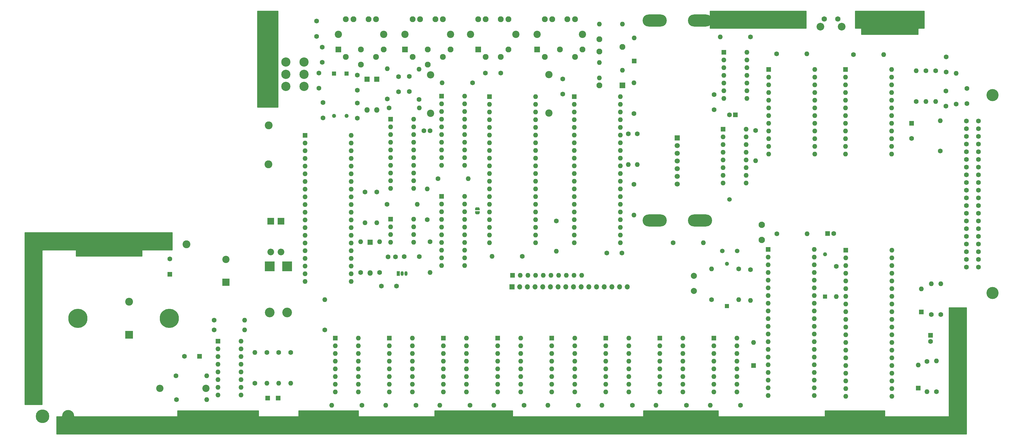
<source format=gbr>
%TF.GenerationSoftware,KiCad,Pcbnew,5.1.7-a382d34a8~88~ubuntu18.04.1*%
%TF.CreationDate,2021-04-24T23:47:22-04:00*%
%TF.ProjectId,coco2,636f636f-322e-46b6-9963-61645f706362,1.0.1*%
%TF.SameCoordinates,Original*%
%TF.FileFunction,Soldermask,Top*%
%TF.FilePolarity,Negative*%
%FSLAX46Y46*%
G04 Gerber Fmt 4.6, Leading zero omitted, Abs format (unit mm)*
G04 Created by KiCad (PCBNEW 5.1.7-a382d34a8~88~ubuntu18.04.1) date 2021-04-24 23:47:22*
%MOMM*%
%LPD*%
G01*
G04 APERTURE LIST*
%ADD10C,2.100000*%
%ADD11C,1.700000*%
%ADD12R,1.700000X1.700000*%
%ADD13O,8.000000X4.000000*%
%ADD14C,4.000000*%
%ADD15C,1.600200*%
%ADD16C,4.500000*%
%ADD17C,1.778000*%
%ADD18C,2.540000*%
%ADD19C,1.950000*%
%ADD20C,2.400000*%
%ADD21R,1.950000X1.950000*%
%ADD22O,1.800000X1.800000*%
%ADD23R,1.800000X1.800000*%
%ADD24O,2.400000X2.400000*%
%ADD25C,1.320800*%
%ADD26R,1.320800X1.320800*%
%ADD27O,1.600000X1.600000*%
%ADD28R,1.600000X1.600000*%
%ADD29C,1.600000*%
%ADD30R,2.400000X2.400000*%
%ADD31C,2.000000*%
%ADD32R,2.200000X2.200000*%
%ADD33O,2.200000X2.200000*%
%ADD34R,3.200000X3.200000*%
%ADD35O,3.200000X3.200000*%
%ADD36C,2.600000*%
%ADD37R,2.600000X2.600000*%
%ADD38C,6.350000*%
%ADD39O,1.050000X1.500000*%
%ADD40R,1.050000X1.500000*%
%ADD41C,3.044000*%
%ADD42C,0.100000*%
%ADD43C,1.500000*%
%ADD44O,1.700000X1.700000*%
%ADD45C,0.254000*%
G04 APERTURE END LIST*
D10*
%TO.C,C43*%
X257160000Y-102310000D03*
X257160000Y-97310000D03*
%TD*%
D11*
%TO.C,U9*%
X229290000Y-83840000D03*
X229290000Y-81300000D03*
X229290000Y-78760000D03*
X229290000Y-76220000D03*
X229290000Y-73680000D03*
X229290000Y-71140000D03*
D12*
X229290000Y-68600000D03*
D13*
X221790000Y-95840000D03*
X236790000Y-95840000D03*
X236790000Y-29840000D03*
X221790000Y-29840000D03*
%TD*%
D14*
%TO.C,J6*%
X333519000Y-119832500D03*
X333519000Y-54427500D03*
D15*
X324857600Y-111260000D03*
X324857600Y-108720000D03*
X324857600Y-106180000D03*
X324857600Y-103640000D03*
X324857600Y-101100000D03*
X324857600Y-98560000D03*
X324857600Y-96020000D03*
X324857600Y-93480000D03*
X324857600Y-90940000D03*
X324857600Y-88400000D03*
X324857600Y-85860000D03*
X324857600Y-83320000D03*
X324857600Y-80780000D03*
X324857600Y-78240000D03*
X324857600Y-75700000D03*
X324857600Y-73160000D03*
X324857600Y-70620000D03*
X324857600Y-68080000D03*
X324857600Y-65540000D03*
X324857600Y-63000000D03*
X328820000Y-111260000D03*
X328820000Y-108720000D03*
X328820000Y-106180000D03*
X328820000Y-103640000D03*
X328820000Y-101100000D03*
X328820000Y-98560000D03*
X328820000Y-96020000D03*
X328820000Y-93480000D03*
X328820000Y-90940000D03*
X328820000Y-88400000D03*
X328820000Y-85860000D03*
X328820000Y-83320000D03*
X328820000Y-80780000D03*
X328820000Y-78240000D03*
X328820000Y-75700000D03*
X328820000Y-73160000D03*
X328820000Y-70620000D03*
X328820000Y-68080000D03*
X328820000Y-65540000D03*
X328820000Y-63000000D03*
%TD*%
D16*
%TO.C,H1*%
X19450000Y-160500000D03*
%TD*%
D17*
%TO.C,S2*%
X277820000Y-29300000D03*
X282320000Y-29300000D03*
D18*
X276570000Y-31800000D03*
X283570000Y-31800000D03*
%TD*%
D19*
%TO.C,J4*%
X185450000Y-29350000D03*
X195450000Y-29350000D03*
X197950000Y-39350000D03*
D20*
X197950000Y-34350000D03*
X182950000Y-34350000D03*
D19*
X185450000Y-41850000D03*
X195450000Y-41850000D03*
D21*
X182950000Y-39350000D03*
D19*
X190450000Y-39350000D03*
X187950000Y-29350000D03*
X192950000Y-29350000D03*
%TD*%
%TO.C,J3*%
X173450000Y-29350000D03*
X163450000Y-29350000D03*
D20*
X175950000Y-34350000D03*
X160950000Y-34350000D03*
D19*
X165950000Y-41850000D03*
X170950000Y-41850000D03*
D21*
X163450000Y-39350000D03*
D19*
X173450000Y-39350000D03*
X165950000Y-29350000D03*
X170950000Y-29350000D03*
%TD*%
%TO.C,J2*%
X151790000Y-29350000D03*
X141790000Y-29350000D03*
X146790000Y-44350000D03*
X154290000Y-39350000D03*
D20*
X154290000Y-34350000D03*
X139290000Y-34350000D03*
D19*
X141790000Y-41850000D03*
X151790000Y-41850000D03*
D21*
X139290000Y-39350000D03*
D19*
X146790000Y-39350000D03*
X144290000Y-29350000D03*
X149290000Y-29350000D03*
%TD*%
%TO.C,J1*%
X129710000Y-29350000D03*
X119710000Y-29350000D03*
X124710000Y-44350000D03*
X132210000Y-39350000D03*
D20*
X132210000Y-34350000D03*
X117210000Y-34350000D03*
D19*
X119710000Y-41850000D03*
X129710000Y-41850000D03*
D21*
X117210000Y-39350000D03*
D19*
X124710000Y-39350000D03*
X122210000Y-29350000D03*
X127210000Y-29350000D03*
%TD*%
D22*
%TO.C,CR7*%
X126690000Y-59370000D03*
D23*
X126690000Y-49210000D03*
%TD*%
D22*
%TO.C,CR8*%
X129930000Y-59370000D03*
D23*
X129930000Y-49210000D03*
%TD*%
D22*
%TO.C,CR13*%
X127780000Y-113160000D03*
D23*
X127780000Y-103000000D03*
%TD*%
D24*
%TO.C,R2*%
X58210000Y-151330000D03*
D20*
X73450000Y-151330000D03*
%TD*%
D25*
%TO.C,FB1*%
X115770000Y-61270000D03*
D26*
X115770000Y-47300000D03*
%TD*%
D25*
%TO.C,FB2*%
X119910000Y-61270000D03*
D26*
X119910000Y-47300000D03*
%TD*%
D25*
%TO.C,FB4*%
X245700000Y-110130000D03*
D26*
X245700000Y-124100000D03*
%TD*%
%TO.C,FB7*%
X278140000Y-121020000D03*
D25*
X278140000Y-107050000D03*
%TD*%
D27*
%TO.C,U11*%
X251990000Y-65680000D03*
X244370000Y-83460000D03*
X251990000Y-68220000D03*
X244370000Y-80920000D03*
X251990000Y-70760000D03*
X244370000Y-78380000D03*
X251990000Y-73300000D03*
X244370000Y-75840000D03*
X251990000Y-75840000D03*
X244370000Y-73300000D03*
X251990000Y-78380000D03*
X244370000Y-70760000D03*
X251990000Y-80920000D03*
X244370000Y-68220000D03*
X251990000Y-83460000D03*
D28*
X244370000Y-65680000D03*
%TD*%
D27*
%TO.C,U22*%
X274540000Y-105390000D03*
X259300000Y-153650000D03*
X274540000Y-107930000D03*
X259300000Y-151110000D03*
X274540000Y-110470000D03*
X259300000Y-148570000D03*
X274540000Y-113010000D03*
X259300000Y-146030000D03*
X274540000Y-115550000D03*
X259300000Y-143490000D03*
X274540000Y-118090000D03*
X259300000Y-140950000D03*
X274540000Y-120630000D03*
X259300000Y-138410000D03*
X274540000Y-123170000D03*
X259300000Y-135870000D03*
X274540000Y-125710000D03*
X259300000Y-133330000D03*
X274540000Y-128250000D03*
X259300000Y-130790000D03*
X274540000Y-130790000D03*
X259300000Y-128250000D03*
X274540000Y-133330000D03*
X259300000Y-125710000D03*
X274540000Y-135870000D03*
X259300000Y-123170000D03*
X274540000Y-138410000D03*
X259300000Y-120630000D03*
X274540000Y-140950000D03*
X259300000Y-118090000D03*
X274540000Y-143490000D03*
X259300000Y-115550000D03*
X274540000Y-146030000D03*
X259300000Y-113010000D03*
X274540000Y-148570000D03*
X259300000Y-110470000D03*
X274540000Y-151110000D03*
X259300000Y-107930000D03*
X274540000Y-153650000D03*
D28*
X259300000Y-105390000D03*
%TD*%
%TO.C,U12*%
X259490000Y-45950000D03*
D27*
X274730000Y-73890000D03*
X259490000Y-48490000D03*
X274730000Y-71350000D03*
X259490000Y-51030000D03*
X274730000Y-68810000D03*
X259490000Y-53570000D03*
X274730000Y-66270000D03*
X259490000Y-56110000D03*
X274730000Y-63730000D03*
X259490000Y-58650000D03*
X274730000Y-61190000D03*
X259490000Y-61190000D03*
X274730000Y-58650000D03*
X259490000Y-63730000D03*
X274730000Y-56110000D03*
X259490000Y-66270000D03*
X274730000Y-53570000D03*
X259490000Y-68810000D03*
X274730000Y-51030000D03*
X259490000Y-71350000D03*
X274730000Y-48490000D03*
X259490000Y-73890000D03*
X274730000Y-45950000D03*
%TD*%
D28*
%TO.C,U13*%
X284900000Y-45950000D03*
D27*
X300140000Y-73890000D03*
X284900000Y-48490000D03*
X300140000Y-71350000D03*
X284900000Y-51030000D03*
X300140000Y-68810000D03*
X284900000Y-53570000D03*
X300140000Y-66270000D03*
X284900000Y-56110000D03*
X300140000Y-63730000D03*
X284900000Y-58650000D03*
X300140000Y-61190000D03*
X284900000Y-61190000D03*
X300140000Y-58650000D03*
X284900000Y-63730000D03*
X300140000Y-56110000D03*
X284900000Y-66270000D03*
X300140000Y-53570000D03*
X284900000Y-68810000D03*
X300140000Y-51030000D03*
X284900000Y-71350000D03*
X300140000Y-48490000D03*
X284900000Y-73890000D03*
X300140000Y-45950000D03*
%TD*%
%TO.C,U5*%
X159020000Y-54800000D03*
X151400000Y-77660000D03*
X159020000Y-57340000D03*
X151400000Y-75120000D03*
X159020000Y-59880000D03*
X151400000Y-72580000D03*
X159020000Y-62420000D03*
X151400000Y-70040000D03*
X159020000Y-64960000D03*
X151400000Y-67500000D03*
X159020000Y-67500000D03*
X151400000Y-64960000D03*
X159020000Y-70040000D03*
X151400000Y-62420000D03*
X159020000Y-72580000D03*
X151400000Y-59880000D03*
X159020000Y-75120000D03*
X151400000Y-57340000D03*
X159020000Y-77660000D03*
D28*
X151400000Y-54800000D03*
%TD*%
D27*
%TO.C,U6*%
X159020000Y-87900000D03*
X151400000Y-110760000D03*
X159020000Y-90440000D03*
X151400000Y-108220000D03*
X159020000Y-92980000D03*
X151400000Y-105680000D03*
X159020000Y-95520000D03*
X151400000Y-103140000D03*
X159020000Y-98060000D03*
X151400000Y-100600000D03*
X159020000Y-100600000D03*
X151400000Y-98060000D03*
X159020000Y-103140000D03*
X151400000Y-95520000D03*
X159020000Y-105680000D03*
X151400000Y-92980000D03*
X159020000Y-108220000D03*
X151400000Y-90440000D03*
X159020000Y-110760000D03*
D28*
X151400000Y-87900000D03*
%TD*%
D27*
%TO.C,U10*%
X252320000Y-40300000D03*
X244700000Y-55540000D03*
X252320000Y-42840000D03*
X244700000Y-53000000D03*
X252320000Y-45380000D03*
X244700000Y-50460000D03*
X252320000Y-47920000D03*
X244700000Y-47920000D03*
X252320000Y-50460000D03*
X244700000Y-45380000D03*
X252320000Y-53000000D03*
X244700000Y-42840000D03*
X252320000Y-55540000D03*
D28*
X244700000Y-40300000D03*
%TD*%
D29*
%TO.C,C1*%
X61490000Y-108580000D03*
D28*
X61490000Y-113580000D03*
%TD*%
D30*
%TO.C,C2*%
X80050000Y-116210000D03*
D20*
X80050000Y-108710000D03*
%TD*%
D27*
%TO.C,C3*%
X86220000Y-128800000D03*
D29*
X76220000Y-128800000D03*
%TD*%
%TO.C,C4*%
X76220000Y-131960000D03*
D27*
X86220000Y-131960000D03*
%TD*%
D28*
%TO.C,C5*%
X71320000Y-140720000D03*
D29*
X66320000Y-140720000D03*
%TD*%
%TO.C,C6*%
X63710000Y-154990000D03*
D27*
X73710000Y-154990000D03*
%TD*%
D28*
%TO.C,C11*%
X306750000Y-63730000D03*
D29*
X306750000Y-68730000D03*
%TD*%
D27*
%TO.C,C15*%
X133380000Y-45680000D03*
D29*
X133380000Y-55680000D03*
%TD*%
%TO.C,C18*%
X143930000Y-55900000D03*
D27*
X143930000Y-45900000D03*
%TD*%
D29*
%TO.C,C19*%
X134010000Y-58650000D03*
D27*
X144010000Y-58650000D03*
%TD*%
%TO.C,C21*%
X151570000Y-50400000D03*
D29*
X161570000Y-50400000D03*
%TD*%
D27*
%TO.C,C24*%
X143340000Y-90530000D03*
D29*
X133340000Y-90530000D03*
%TD*%
%TO.C,C25*%
X150200000Y-82070000D03*
D27*
X160200000Y-82070000D03*
%TD*%
D29*
%TO.C,C26*%
X136150000Y-107840000D03*
X133650000Y-107840000D03*
%TD*%
%TO.C,C28*%
X112790000Y-132000000D03*
D27*
X112790000Y-122000000D03*
%TD*%
%TO.C,C29*%
X168070000Y-107700000D03*
D29*
X178070000Y-107700000D03*
%TD*%
D27*
%TO.C,C30*%
X189330000Y-106000000D03*
D29*
X189330000Y-96000000D03*
%TD*%
D27*
%TO.C,C32*%
X237870000Y-103200000D03*
D29*
X227870000Y-103200000D03*
%TD*%
%TO.C,C33*%
X253450000Y-35250000D03*
D27*
X243450000Y-35250000D03*
%TD*%
%TO.C,C34*%
X255170000Y-76100000D03*
D29*
X255170000Y-66100000D03*
%TD*%
%TO.C,C35*%
X262115000Y-40770000D03*
D27*
X272115000Y-40770000D03*
%TD*%
D29*
%TO.C,C36*%
X287525000Y-41060000D03*
D27*
X297525000Y-41060000D03*
%TD*%
D29*
%TO.C,C37*%
X318170000Y-46800000D03*
X318170000Y-41800000D03*
%TD*%
%TO.C,C38*%
X318070000Y-58100000D03*
X318070000Y-53100000D03*
%TD*%
%TO.C,C39*%
X325000000Y-52200000D03*
X325000000Y-57200000D03*
%TD*%
D27*
%TO.C,C40*%
X316250000Y-62930000D03*
D29*
X316250000Y-72930000D03*
%TD*%
D31*
%TO.C,C44*%
X234770000Y-114100000D03*
X234770000Y-119100000D03*
%TD*%
D29*
%TO.C,C45*%
X262200000Y-100210000D03*
D27*
X272200000Y-100210000D03*
%TD*%
D29*
%TO.C,C47*%
X281840000Y-111000000D03*
D27*
X281840000Y-121000000D03*
%TD*%
D28*
%TO.C,C48*%
X313000000Y-133790000D03*
D29*
X313000000Y-135790000D03*
%TD*%
D27*
%TO.C,C50*%
X115060000Y-156900000D03*
D29*
X125060000Y-156900000D03*
%TD*%
%TO.C,C51*%
X142929000Y-156900000D03*
D27*
X132929000Y-156900000D03*
%TD*%
%TO.C,C52*%
X150797000Y-156900000D03*
D29*
X160797000Y-156900000D03*
%TD*%
%TO.C,C53*%
X178666000Y-156900000D03*
D27*
X168666000Y-156900000D03*
%TD*%
%TO.C,C54*%
X186534000Y-156900000D03*
D29*
X196534000Y-156900000D03*
%TD*%
%TO.C,C55*%
X214403000Y-156900000D03*
D27*
X204403000Y-156900000D03*
%TD*%
%TO.C,C56*%
X222271000Y-156900000D03*
D29*
X232271000Y-156900000D03*
%TD*%
%TO.C,C57*%
X250140000Y-156900000D03*
D27*
X240140000Y-156900000D03*
%TD*%
D29*
%TO.C,C58*%
X311825000Y-142380000D03*
D27*
X311825000Y-152380000D03*
%TD*%
D29*
%TO.C,C59*%
X210970000Y-106600000D03*
X205970000Y-106600000D03*
%TD*%
%TO.C,C60*%
X136470000Y-117500000D03*
X131470000Y-117500000D03*
%TD*%
%TO.C,C61*%
X241470000Y-59300000D03*
X241470000Y-54300000D03*
%TD*%
D32*
%TO.C,CR1*%
X94870000Y-96130000D03*
D33*
X94870000Y-106290000D03*
%TD*%
%TO.C,CR2*%
X98250000Y-106290000D03*
D32*
X98250000Y-96130000D03*
%TD*%
D34*
%TO.C,CR3*%
X94520000Y-111030000D03*
D35*
X94520000Y-126270000D03*
%TD*%
%TO.C,CR4*%
X100340000Y-126270000D03*
D34*
X100340000Y-111030000D03*
%TD*%
D27*
%TO.C,CR5*%
X93870000Y-162120000D03*
D28*
X93870000Y-154500000D03*
%TD*%
D27*
%TO.C,CR6*%
X97370000Y-162120000D03*
D28*
X97370000Y-154500000D03*
%TD*%
%TO.C,CR9*%
X215040000Y-43180000D03*
D27*
X215040000Y-35560000D03*
%TD*%
%TO.C,CR10*%
X254470000Y-136180000D03*
D28*
X254470000Y-143800000D03*
%TD*%
%TO.C,CR11*%
X309960000Y-126080000D03*
D27*
X309960000Y-118460000D03*
%TD*%
D28*
%TO.C,CR12*%
X308960000Y-151200000D03*
D27*
X308960000Y-143580000D03*
%TD*%
D36*
%TO.C,E1*%
X67060000Y-103700000D03*
%TD*%
%TO.C,E2*%
X94180000Y-64420000D03*
%TD*%
%TO.C,E3*%
X94170000Y-77330000D03*
%TD*%
D27*
%TO.C,K1*%
X203510000Y-30970000D03*
X211130000Y-46210000D03*
X203510000Y-43670000D03*
X211130000Y-30970000D03*
X203510000Y-48750000D03*
%TD*%
D37*
%TO.C,Q1*%
X48040000Y-133610000D03*
D36*
X48040000Y-122690000D03*
D38*
X61340000Y-128160000D03*
X31140000Y-128160000D03*
%TD*%
D39*
%TO.C,Q2*%
X138310000Y-113370000D03*
X139580000Y-113370000D03*
D40*
X137040000Y-113370000D03*
%TD*%
D29*
%TO.C,R1*%
X63550000Y-147150000D03*
D27*
X73710000Y-147150000D03*
%TD*%
D29*
%TO.C,R3*%
X89660000Y-149560000D03*
D27*
X89660000Y-139400000D03*
%TD*%
%TO.C,R4*%
X101470000Y-149560000D03*
D29*
X101470000Y-139400000D03*
%TD*%
D27*
%TO.C,R5*%
X124580000Y-102890000D03*
D29*
X124580000Y-113050000D03*
%TD*%
%TO.C,R6*%
X130910000Y-113050000D03*
D27*
X130910000Y-102890000D03*
%TD*%
D29*
%TO.C,R7*%
X126070000Y-86400000D03*
D27*
X126070000Y-96560000D03*
%TD*%
D29*
%TO.C,R8*%
X129970000Y-86400000D03*
D27*
X129970000Y-96560000D03*
%TD*%
%TO.C,R9*%
X147570000Y-113060000D03*
D29*
X147570000Y-102900000D03*
%TD*%
D27*
%TO.C,R10*%
X146580000Y-85440000D03*
D29*
X146580000Y-95600000D03*
%TD*%
%TO.C,R12*%
X214910000Y-60550000D03*
D27*
X214910000Y-50390000D03*
%TD*%
%TO.C,R13*%
X216070000Y-77360000D03*
D29*
X216070000Y-67200000D03*
%TD*%
%TO.C,R14*%
X214970000Y-83900000D03*
D27*
X214970000Y-94060000D03*
%TD*%
%TO.C,R15*%
X240630000Y-111810000D03*
D29*
X240630000Y-121970000D03*
%TD*%
D27*
%TO.C,R16*%
X308290000Y-46400000D03*
D29*
X308290000Y-56560000D03*
%TD*%
%TO.C,R17*%
X311495000Y-46400000D03*
D27*
X311495000Y-56560000D03*
%TD*%
%TO.C,R18*%
X314700000Y-56560000D03*
D29*
X314700000Y-46400000D03*
%TD*%
D27*
%TO.C,R19*%
X321480000Y-47240000D03*
D29*
X321480000Y-57400000D03*
%TD*%
D27*
%TO.C,R20*%
X313220000Y-116760000D03*
D29*
X313220000Y-126920000D03*
%TD*%
D27*
%TO.C,R21*%
X316360000Y-116760000D03*
D29*
X316360000Y-126920000D03*
%TD*%
%TO.C,R22*%
X314950000Y-152360000D03*
D27*
X314950000Y-142200000D03*
%TD*%
%TO.C,R26*%
X253470000Y-122260000D03*
D29*
X253470000Y-112100000D03*
%TD*%
%TO.C,R25*%
X213070000Y-67200000D03*
D27*
X213070000Y-77360000D03*
%TD*%
D29*
%TO.C,R24*%
X249570000Y-111800000D03*
D27*
X249570000Y-121960000D03*
%TD*%
D28*
%TO.C,RP1*%
X174820000Y-113990000D03*
D27*
X177360000Y-113990000D03*
X179900000Y-113990000D03*
X182440000Y-113990000D03*
X184980000Y-113990000D03*
X187520000Y-113990000D03*
X190060000Y-113990000D03*
X192600000Y-113990000D03*
X195140000Y-113990000D03*
X197680000Y-113990000D03*
%TD*%
D41*
%TO.C,S1*%
X99870000Y-43540000D03*
X99870000Y-47540000D03*
X99870000Y-51540000D03*
X105870000Y-43540000D03*
X105870000Y-47540000D03*
X105870000Y-51540000D03*
%TD*%
D28*
%TO.C,U14*%
X116260000Y-134730000D03*
D27*
X123880000Y-152510000D03*
X116260000Y-137270000D03*
X123880000Y-149970000D03*
X116260000Y-139810000D03*
X123880000Y-147430000D03*
X116260000Y-142350000D03*
X123880000Y-144890000D03*
X116260000Y-144890000D03*
X123880000Y-142350000D03*
X116260000Y-147430000D03*
X123880000Y-139810000D03*
X116260000Y-149970000D03*
X123880000Y-137270000D03*
X116260000Y-152510000D03*
X123880000Y-134730000D03*
%TD*%
%TO.C,U15*%
X141749000Y-134730000D03*
X134129000Y-152510000D03*
X141749000Y-137270000D03*
X134129000Y-149970000D03*
X141749000Y-139810000D03*
X134129000Y-147430000D03*
X141749000Y-142350000D03*
X134129000Y-144890000D03*
X141749000Y-144890000D03*
X134129000Y-142350000D03*
X141749000Y-147430000D03*
X134129000Y-139810000D03*
X141749000Y-149970000D03*
X134129000Y-137270000D03*
X141749000Y-152510000D03*
D28*
X134129000Y-134730000D03*
%TD*%
%TO.C,U16*%
X151997000Y-134730000D03*
D27*
X159617000Y-152510000D03*
X151997000Y-137270000D03*
X159617000Y-149970000D03*
X151997000Y-139810000D03*
X159617000Y-147430000D03*
X151997000Y-142350000D03*
X159617000Y-144890000D03*
X151997000Y-144890000D03*
X159617000Y-142350000D03*
X151997000Y-147430000D03*
X159617000Y-139810000D03*
X151997000Y-149970000D03*
X159617000Y-137270000D03*
X151997000Y-152510000D03*
X159617000Y-134730000D03*
%TD*%
D28*
%TO.C,U17*%
X169866000Y-134730000D03*
D27*
X177486000Y-152510000D03*
X169866000Y-137270000D03*
X177486000Y-149970000D03*
X169866000Y-139810000D03*
X177486000Y-147430000D03*
X169866000Y-142350000D03*
X177486000Y-144890000D03*
X169866000Y-144890000D03*
X177486000Y-142350000D03*
X169866000Y-147430000D03*
X177486000Y-139810000D03*
X169866000Y-149970000D03*
X177486000Y-137270000D03*
X169866000Y-152510000D03*
X177486000Y-134730000D03*
%TD*%
%TO.C,U18*%
X195354000Y-134730000D03*
X187734000Y-152510000D03*
X195354000Y-137270000D03*
X187734000Y-149970000D03*
X195354000Y-139810000D03*
X187734000Y-147430000D03*
X195354000Y-142350000D03*
X187734000Y-144890000D03*
X195354000Y-144890000D03*
X187734000Y-142350000D03*
X195354000Y-147430000D03*
X187734000Y-139810000D03*
X195354000Y-149970000D03*
X187734000Y-137270000D03*
X195354000Y-152510000D03*
D28*
X187734000Y-134730000D03*
%TD*%
D27*
%TO.C,U19*%
X213223000Y-134730000D03*
X205603000Y-152510000D03*
X213223000Y-137270000D03*
X205603000Y-149970000D03*
X213223000Y-139810000D03*
X205603000Y-147430000D03*
X213223000Y-142350000D03*
X205603000Y-144890000D03*
X213223000Y-144890000D03*
X205603000Y-142350000D03*
X213223000Y-147430000D03*
X205603000Y-139810000D03*
X213223000Y-149970000D03*
X205603000Y-137270000D03*
X213223000Y-152510000D03*
D28*
X205603000Y-134730000D03*
%TD*%
D27*
%TO.C,U20*%
X231091000Y-134730000D03*
X223471000Y-152510000D03*
X231091000Y-137270000D03*
X223471000Y-149970000D03*
X231091000Y-139810000D03*
X223471000Y-147430000D03*
X231091000Y-142350000D03*
X223471000Y-144890000D03*
X231091000Y-144890000D03*
X223471000Y-142350000D03*
X231091000Y-147430000D03*
X223471000Y-139810000D03*
X231091000Y-149970000D03*
X223471000Y-137270000D03*
X231091000Y-152510000D03*
D28*
X223471000Y-134730000D03*
%TD*%
%TO.C,U21*%
X241340000Y-134730000D03*
D27*
X248960000Y-152510000D03*
X241340000Y-137270000D03*
X248960000Y-149970000D03*
X241340000Y-139810000D03*
X248960000Y-147430000D03*
X241340000Y-142350000D03*
X248960000Y-144890000D03*
X241340000Y-144890000D03*
X248960000Y-142350000D03*
X241340000Y-147430000D03*
X248960000Y-139810000D03*
X241340000Y-149970000D03*
X248960000Y-137270000D03*
X241340000Y-152510000D03*
X248960000Y-134730000D03*
%TD*%
D42*
%TO.C,W1*%
G36*
X163950000Y-92780000D02*
G01*
X163950000Y-93280000D01*
X163949398Y-93280000D01*
X163949398Y-93304534D01*
X163944588Y-93353365D01*
X163935016Y-93401490D01*
X163920772Y-93448445D01*
X163901995Y-93493778D01*
X163878864Y-93537051D01*
X163851604Y-93577850D01*
X163820476Y-93615779D01*
X163785779Y-93650476D01*
X163747850Y-93681604D01*
X163707051Y-93708864D01*
X163663778Y-93731995D01*
X163618445Y-93750772D01*
X163571490Y-93765016D01*
X163523365Y-93774588D01*
X163474534Y-93779398D01*
X163450000Y-93779398D01*
X163450000Y-93780000D01*
X162950000Y-93780000D01*
X162950000Y-93779398D01*
X162925466Y-93779398D01*
X162876635Y-93774588D01*
X162828510Y-93765016D01*
X162781555Y-93750772D01*
X162736222Y-93731995D01*
X162692949Y-93708864D01*
X162652150Y-93681604D01*
X162614221Y-93650476D01*
X162579524Y-93615779D01*
X162548396Y-93577850D01*
X162521136Y-93537051D01*
X162498005Y-93493778D01*
X162479228Y-93448445D01*
X162464984Y-93401490D01*
X162455412Y-93353365D01*
X162450602Y-93304534D01*
X162450602Y-93280000D01*
X162450000Y-93280000D01*
X162450000Y-92780000D01*
X163950000Y-92780000D01*
G37*
G36*
X162450602Y-91980000D02*
G01*
X162450602Y-91955466D01*
X162455412Y-91906635D01*
X162464984Y-91858510D01*
X162479228Y-91811555D01*
X162498005Y-91766222D01*
X162521136Y-91722949D01*
X162548396Y-91682150D01*
X162579524Y-91644221D01*
X162614221Y-91609524D01*
X162652150Y-91578396D01*
X162692949Y-91551136D01*
X162736222Y-91528005D01*
X162781555Y-91509228D01*
X162828510Y-91494984D01*
X162876635Y-91485412D01*
X162925466Y-91480602D01*
X162950000Y-91480602D01*
X162950000Y-91480000D01*
X163450000Y-91480000D01*
X163450000Y-91480602D01*
X163474534Y-91480602D01*
X163523365Y-91485412D01*
X163571490Y-91494984D01*
X163618445Y-91509228D01*
X163663778Y-91528005D01*
X163707051Y-91551136D01*
X163747850Y-91578396D01*
X163785779Y-91609524D01*
X163820476Y-91644221D01*
X163851604Y-91682150D01*
X163878864Y-91722949D01*
X163901995Y-91766222D01*
X163920772Y-91811555D01*
X163935016Y-91858510D01*
X163944588Y-91906635D01*
X163949398Y-91955466D01*
X163949398Y-91980000D01*
X163950000Y-91980000D01*
X163950000Y-92480000D01*
X162450000Y-92480000D01*
X162450000Y-91980000D01*
X162450602Y-91980000D01*
G37*
%TD*%
D43*
%TO.C,X1*%
X249070000Y-105900000D03*
X244170000Y-105900000D03*
X246570000Y-88900000D03*
%TD*%
D12*
%TO.C,J5*%
X174670000Y-117770000D03*
D44*
X177210000Y-117770000D03*
X179750000Y-117770000D03*
X182290000Y-117770000D03*
X184830000Y-117770000D03*
X187370000Y-117770000D03*
X189910000Y-117770000D03*
X192450000Y-117770000D03*
X194990000Y-117770000D03*
X197530000Y-117770000D03*
X200070000Y-117770000D03*
X202610000Y-117770000D03*
X205150000Y-117770000D03*
X207690000Y-117770000D03*
X210230000Y-117770000D03*
X212770000Y-117770000D03*
%TD*%
D29*
%TO.C,C7*%
X110050000Y-30005000D03*
X110050000Y-35005000D03*
%TD*%
%TO.C,C8*%
X111875000Y-43580000D03*
X111875000Y-38580000D03*
%TD*%
%TO.C,C9*%
X110770000Y-47180000D03*
X110770000Y-52180000D03*
%TD*%
%TO.C,C10*%
X112150000Y-56930000D03*
X112150000Y-61930000D03*
%TD*%
%TO.C,C13*%
X123520000Y-52800000D03*
X123520000Y-47800000D03*
%TD*%
%TO.C,C16*%
X137170000Y-53300000D03*
X137170000Y-48300000D03*
%TD*%
%TO.C,C17*%
X140700000Y-53270000D03*
X140700000Y-48270000D03*
%TD*%
%TO.C,C22*%
X165880000Y-47130000D03*
X170880000Y-47130000D03*
%TD*%
%TO.C,C23*%
X191380000Y-49090000D03*
X191380000Y-54090000D03*
%TD*%
%TO.C,C27*%
X143970000Y-107800000D03*
X138970000Y-107800000D03*
%TD*%
%TO.C,C14*%
X123470000Y-62070000D03*
X123470000Y-57070000D03*
%TD*%
D20*
%TO.C,R11*%
X147720000Y-60430000D03*
D24*
X147720000Y-47730000D03*
%TD*%
D29*
%TO.C,C20*%
X145530000Y-66200000D03*
X147530000Y-66200000D03*
%TD*%
D20*
%TO.C,R23*%
X186840000Y-60390000D03*
D24*
X186840000Y-47690000D03*
%TD*%
D28*
%TO.C,C62*%
X248490000Y-60920000D03*
D29*
X246490000Y-60920000D03*
%TD*%
D28*
%TO.C,C46*%
X278970000Y-100160000D03*
D29*
X280970000Y-100160000D03*
%TD*%
D27*
%TO.C,R27*%
X93597000Y-149560000D03*
D29*
X93597000Y-139400000D03*
%TD*%
%TO.C,R28*%
X97533000Y-139400000D03*
D27*
X97533000Y-149560000D03*
%TD*%
D14*
%TO.C,H2*%
X27950000Y-160470000D03*
%TD*%
%TO.C,H3*%
X301000000Y-32500000D03*
%TD*%
D19*
%TO.C,K2*%
X203540000Y-51240000D03*
D21*
X211160000Y-51240000D03*
D19*
X211160000Y-38540000D03*
X203540000Y-40064000D03*
X203540000Y-36000000D03*
%TD*%
D28*
%TO.C,U23*%
X284970000Y-105680000D03*
D27*
X300210000Y-153940000D03*
X284970000Y-108220000D03*
X300210000Y-151400000D03*
X284970000Y-110760000D03*
X300210000Y-148860000D03*
X284970000Y-113300000D03*
X300210000Y-146320000D03*
X284970000Y-115840000D03*
X300210000Y-143780000D03*
X284970000Y-118380000D03*
X300210000Y-141240000D03*
X284970000Y-120920000D03*
X300210000Y-138700000D03*
X284970000Y-123460000D03*
X300210000Y-136160000D03*
X284970000Y-126000000D03*
X300210000Y-133620000D03*
X284970000Y-128540000D03*
X300210000Y-131080000D03*
X284970000Y-131080000D03*
X300210000Y-128540000D03*
X284970000Y-133620000D03*
X300210000Y-126000000D03*
X284970000Y-136160000D03*
X300210000Y-123460000D03*
X284970000Y-138700000D03*
X300210000Y-120920000D03*
X284970000Y-141240000D03*
X300210000Y-118380000D03*
X284970000Y-143780000D03*
X300210000Y-115840000D03*
X284970000Y-146320000D03*
X300210000Y-113300000D03*
X284970000Y-148860000D03*
X300210000Y-110760000D03*
X284970000Y-151400000D03*
X300210000Y-108220000D03*
X284970000Y-153940000D03*
X300210000Y-105680000D03*
%TD*%
D28*
%TO.C,U8*%
X195250000Y-54910000D03*
D27*
X210490000Y-103170000D03*
X195250000Y-57450000D03*
X210490000Y-100630000D03*
X195250000Y-59990000D03*
X210490000Y-98090000D03*
X195250000Y-62530000D03*
X210490000Y-95550000D03*
X195250000Y-65070000D03*
X210490000Y-93010000D03*
X195250000Y-67610000D03*
X210490000Y-90470000D03*
X195250000Y-70150000D03*
X210490000Y-87930000D03*
X195250000Y-72690000D03*
X210490000Y-85390000D03*
X195250000Y-75230000D03*
X210490000Y-82850000D03*
X195250000Y-77770000D03*
X210490000Y-80310000D03*
X195250000Y-80310000D03*
X210490000Y-77770000D03*
X195250000Y-82850000D03*
X210490000Y-75230000D03*
X195250000Y-85390000D03*
X210490000Y-72690000D03*
X195250000Y-87930000D03*
X210490000Y-70150000D03*
X195250000Y-90470000D03*
X210490000Y-67610000D03*
X195250000Y-93010000D03*
X210490000Y-65070000D03*
X195250000Y-95550000D03*
X210490000Y-62530000D03*
X195250000Y-98090000D03*
X210490000Y-59990000D03*
X195250000Y-100630000D03*
X210490000Y-57450000D03*
X195250000Y-103170000D03*
X210490000Y-54910000D03*
%TD*%
D28*
%TO.C,U4*%
X134540000Y-95400000D03*
D27*
X142160000Y-103020000D03*
X134540000Y-97940000D03*
X142160000Y-100480000D03*
X134540000Y-100480000D03*
X142160000Y-97940000D03*
X134540000Y-103020000D03*
X142160000Y-95400000D03*
%TD*%
D28*
%TO.C,U1*%
X77420000Y-135700000D03*
D27*
X85040000Y-153480000D03*
X77420000Y-138240000D03*
X85040000Y-150940000D03*
X77420000Y-140780000D03*
X85040000Y-148400000D03*
X77420000Y-143320000D03*
X85040000Y-145860000D03*
X77420000Y-145860000D03*
X85040000Y-143320000D03*
X77420000Y-148400000D03*
X85040000Y-140780000D03*
X77420000Y-150940000D03*
X85040000Y-138240000D03*
X77420000Y-153480000D03*
X85040000Y-135700000D03*
%TD*%
D28*
%TO.C,U2*%
X106210000Y-67710000D03*
D27*
X121450000Y-115970000D03*
X106210000Y-70250000D03*
X121450000Y-113430000D03*
X106210000Y-72790000D03*
X121450000Y-110890000D03*
X106210000Y-75330000D03*
X121450000Y-108350000D03*
X106210000Y-77870000D03*
X121450000Y-105810000D03*
X106210000Y-80410000D03*
X121450000Y-103270000D03*
X106210000Y-82950000D03*
X121450000Y-100730000D03*
X106210000Y-85490000D03*
X121450000Y-98190000D03*
X106210000Y-88030000D03*
X121450000Y-95650000D03*
X106210000Y-90570000D03*
X121450000Y-93110000D03*
X106210000Y-93110000D03*
X121450000Y-90570000D03*
X106210000Y-95650000D03*
X121450000Y-88030000D03*
X106210000Y-98190000D03*
X121450000Y-85490000D03*
X106210000Y-100730000D03*
X121450000Y-82950000D03*
X106210000Y-103270000D03*
X121450000Y-80410000D03*
X106210000Y-105810000D03*
X121450000Y-77870000D03*
X106210000Y-108350000D03*
X121450000Y-75330000D03*
X106210000Y-110890000D03*
X121450000Y-72790000D03*
X106210000Y-113430000D03*
X121450000Y-70250000D03*
X106210000Y-115970000D03*
X121450000Y-67710000D03*
%TD*%
D28*
%TO.C,U3*%
X134540000Y-62370000D03*
D27*
X142160000Y-85230000D03*
X134540000Y-64910000D03*
X142160000Y-82690000D03*
X134540000Y-67450000D03*
X142160000Y-80150000D03*
X134540000Y-69990000D03*
X142160000Y-77610000D03*
X134540000Y-72530000D03*
X142160000Y-75070000D03*
X134540000Y-75070000D03*
X142160000Y-72530000D03*
X134540000Y-77610000D03*
X142160000Y-69990000D03*
X134540000Y-80150000D03*
X142160000Y-67450000D03*
X134540000Y-82690000D03*
X142160000Y-64910000D03*
X134540000Y-85230000D03*
X142160000Y-62370000D03*
%TD*%
%TO.C,U7*%
X182450000Y-54910000D03*
X167210000Y-103170000D03*
X182450000Y-57450000D03*
X167210000Y-100630000D03*
X182450000Y-59990000D03*
X167210000Y-98090000D03*
X182450000Y-62530000D03*
X167210000Y-95550000D03*
X182450000Y-65070000D03*
X167210000Y-93010000D03*
X182450000Y-67610000D03*
X167210000Y-90470000D03*
X182450000Y-70150000D03*
X167210000Y-87930000D03*
X182450000Y-72690000D03*
X167210000Y-85390000D03*
X182450000Y-75230000D03*
X167210000Y-82850000D03*
X182450000Y-77770000D03*
X167210000Y-80310000D03*
X182450000Y-80310000D03*
X167210000Y-77770000D03*
X182450000Y-82850000D03*
X167210000Y-75230000D03*
X182450000Y-85390000D03*
X167210000Y-72690000D03*
X182450000Y-87930000D03*
X167210000Y-70150000D03*
X182450000Y-90470000D03*
X167210000Y-67610000D03*
X182450000Y-93010000D03*
X167210000Y-65070000D03*
X182450000Y-95550000D03*
X167210000Y-62530000D03*
X182450000Y-98090000D03*
X167210000Y-59990000D03*
X182450000Y-100630000D03*
X167210000Y-57450000D03*
X182450000Y-103170000D03*
D28*
X167210000Y-54910000D03*
%TD*%
D45*
X324873000Y-166373000D02*
X323999998Y-166373000D01*
X24077000Y-166377998D01*
X24077000Y-160632000D01*
X63950000Y-160632000D01*
X63974776Y-160629560D01*
X63998601Y-160622333D01*
X64020557Y-160610597D01*
X64039803Y-160594803D01*
X64055597Y-160575557D01*
X64067333Y-160553601D01*
X64074560Y-160529776D01*
X64077000Y-160505000D01*
X64077000Y-158632000D01*
X90823000Y-158632000D01*
X90823000Y-160505000D01*
X90825440Y-160529776D01*
X90832667Y-160553601D01*
X90844403Y-160575557D01*
X90860197Y-160594803D01*
X90879443Y-160610597D01*
X90901399Y-160622333D01*
X90925224Y-160629560D01*
X90950000Y-160632000D01*
X103950000Y-160632000D01*
X103974776Y-160629560D01*
X103998601Y-160622333D01*
X104020557Y-160610597D01*
X104039803Y-160594803D01*
X104055597Y-160575557D01*
X104067333Y-160553601D01*
X104074560Y-160529776D01*
X104077000Y-160505000D01*
X104077000Y-158632000D01*
X123823000Y-158632000D01*
X123823000Y-160505000D01*
X123825440Y-160529776D01*
X123832667Y-160553601D01*
X123844403Y-160575557D01*
X123860197Y-160594803D01*
X123879443Y-160610597D01*
X123901399Y-160622333D01*
X123925224Y-160629560D01*
X123950000Y-160632000D01*
X148950000Y-160632000D01*
X148974776Y-160629560D01*
X148998601Y-160622333D01*
X149020557Y-160610597D01*
X149039803Y-160594803D01*
X149055597Y-160575557D01*
X149067333Y-160553601D01*
X149074560Y-160529776D01*
X149077000Y-160505000D01*
X149077000Y-158632000D01*
X174823000Y-158632000D01*
X174823000Y-160505000D01*
X174825440Y-160529776D01*
X174832667Y-160553601D01*
X174844403Y-160575557D01*
X174860197Y-160594803D01*
X174879443Y-160610597D01*
X174901399Y-160622333D01*
X174925224Y-160629560D01*
X174950000Y-160632000D01*
X217950000Y-160632000D01*
X217974776Y-160629560D01*
X217998601Y-160622333D01*
X218020557Y-160610597D01*
X218039803Y-160594803D01*
X218055597Y-160575557D01*
X218067333Y-160553601D01*
X218074560Y-160529776D01*
X218077000Y-160505000D01*
X218077000Y-158632000D01*
X242823000Y-158632000D01*
X242823000Y-160505000D01*
X242825440Y-160529776D01*
X242832667Y-160553601D01*
X242844403Y-160575557D01*
X242860197Y-160594803D01*
X242879443Y-160610597D01*
X242901399Y-160622333D01*
X242925224Y-160629560D01*
X242950000Y-160632000D01*
X277950000Y-160632000D01*
X277974776Y-160629560D01*
X277998601Y-160622333D01*
X278020557Y-160610597D01*
X278039803Y-160594803D01*
X278055597Y-160575557D01*
X278067333Y-160553601D01*
X278074560Y-160529776D01*
X278077000Y-160505000D01*
X278077000Y-158632000D01*
X297823000Y-158632000D01*
X297823000Y-160505000D01*
X297825440Y-160529776D01*
X297832667Y-160553601D01*
X297844403Y-160575557D01*
X297860197Y-160594803D01*
X297879443Y-160610597D01*
X297901399Y-160622333D01*
X297925224Y-160629560D01*
X297950030Y-160632000D01*
X319000030Y-160627000D01*
X319024806Y-160624554D01*
X319048629Y-160617321D01*
X319070582Y-160605580D01*
X319089824Y-160589781D01*
X319105613Y-160570532D01*
X319117344Y-160548573D01*
X319124566Y-160524747D01*
X319127000Y-160500000D01*
X319127000Y-124627000D01*
X324873000Y-124627000D01*
X324873000Y-166373000D01*
D42*
G36*
X324873000Y-166373000D02*
G01*
X323999998Y-166373000D01*
X24077000Y-166377998D01*
X24077000Y-160632000D01*
X63950000Y-160632000D01*
X63974776Y-160629560D01*
X63998601Y-160622333D01*
X64020557Y-160610597D01*
X64039803Y-160594803D01*
X64055597Y-160575557D01*
X64067333Y-160553601D01*
X64074560Y-160529776D01*
X64077000Y-160505000D01*
X64077000Y-158632000D01*
X90823000Y-158632000D01*
X90823000Y-160505000D01*
X90825440Y-160529776D01*
X90832667Y-160553601D01*
X90844403Y-160575557D01*
X90860197Y-160594803D01*
X90879443Y-160610597D01*
X90901399Y-160622333D01*
X90925224Y-160629560D01*
X90950000Y-160632000D01*
X103950000Y-160632000D01*
X103974776Y-160629560D01*
X103998601Y-160622333D01*
X104020557Y-160610597D01*
X104039803Y-160594803D01*
X104055597Y-160575557D01*
X104067333Y-160553601D01*
X104074560Y-160529776D01*
X104077000Y-160505000D01*
X104077000Y-158632000D01*
X123823000Y-158632000D01*
X123823000Y-160505000D01*
X123825440Y-160529776D01*
X123832667Y-160553601D01*
X123844403Y-160575557D01*
X123860197Y-160594803D01*
X123879443Y-160610597D01*
X123901399Y-160622333D01*
X123925224Y-160629560D01*
X123950000Y-160632000D01*
X148950000Y-160632000D01*
X148974776Y-160629560D01*
X148998601Y-160622333D01*
X149020557Y-160610597D01*
X149039803Y-160594803D01*
X149055597Y-160575557D01*
X149067333Y-160553601D01*
X149074560Y-160529776D01*
X149077000Y-160505000D01*
X149077000Y-158632000D01*
X174823000Y-158632000D01*
X174823000Y-160505000D01*
X174825440Y-160529776D01*
X174832667Y-160553601D01*
X174844403Y-160575557D01*
X174860197Y-160594803D01*
X174879443Y-160610597D01*
X174901399Y-160622333D01*
X174925224Y-160629560D01*
X174950000Y-160632000D01*
X217950000Y-160632000D01*
X217974776Y-160629560D01*
X217998601Y-160622333D01*
X218020557Y-160610597D01*
X218039803Y-160594803D01*
X218055597Y-160575557D01*
X218067333Y-160553601D01*
X218074560Y-160529776D01*
X218077000Y-160505000D01*
X218077000Y-158632000D01*
X242823000Y-158632000D01*
X242823000Y-160505000D01*
X242825440Y-160529776D01*
X242832667Y-160553601D01*
X242844403Y-160575557D01*
X242860197Y-160594803D01*
X242879443Y-160610597D01*
X242901399Y-160622333D01*
X242925224Y-160629560D01*
X242950000Y-160632000D01*
X277950000Y-160632000D01*
X277974776Y-160629560D01*
X277998601Y-160622333D01*
X278020557Y-160610597D01*
X278039803Y-160594803D01*
X278055597Y-160575557D01*
X278067333Y-160553601D01*
X278074560Y-160529776D01*
X278077000Y-160505000D01*
X278077000Y-158632000D01*
X297823000Y-158632000D01*
X297823000Y-160505000D01*
X297825440Y-160529776D01*
X297832667Y-160553601D01*
X297844403Y-160575557D01*
X297860197Y-160594803D01*
X297879443Y-160610597D01*
X297901399Y-160622333D01*
X297925224Y-160629560D01*
X297950030Y-160632000D01*
X319000030Y-160627000D01*
X319024806Y-160624554D01*
X319048629Y-160617321D01*
X319070582Y-160605580D01*
X319089824Y-160589781D01*
X319105613Y-160570532D01*
X319117344Y-160548573D01*
X319124566Y-160524747D01*
X319127000Y-160500000D01*
X319127000Y-124627000D01*
X324873000Y-124627000D01*
X324873000Y-166373000D01*
G37*
D45*
X62323000Y-105603000D02*
X52450000Y-105603000D01*
X52425224Y-105605440D01*
X52401399Y-105612667D01*
X52379443Y-105624403D01*
X52360197Y-105640197D01*
X52344403Y-105659443D01*
X52332667Y-105681399D01*
X52325440Y-105705224D01*
X52323000Y-105730000D01*
X52323000Y-107603000D01*
X30577000Y-107603000D01*
X30577000Y-105730000D01*
X30574560Y-105705224D01*
X30567333Y-105681399D01*
X30555597Y-105659443D01*
X30539803Y-105640197D01*
X30520557Y-105624403D01*
X30498601Y-105612667D01*
X30474776Y-105605440D01*
X30450000Y-105603000D01*
X19450000Y-105603000D01*
X19425224Y-105605440D01*
X19401399Y-105612667D01*
X19379443Y-105624403D01*
X19360197Y-105640197D01*
X19344403Y-105659443D01*
X19332667Y-105681399D01*
X19325440Y-105705224D01*
X19323000Y-105730000D01*
X19323000Y-156603000D01*
X13577000Y-156603000D01*
X13577000Y-99857000D01*
X62323000Y-99857000D01*
X62323000Y-105603000D01*
D42*
G36*
X62323000Y-105603000D02*
G01*
X52450000Y-105603000D01*
X52425224Y-105605440D01*
X52401399Y-105612667D01*
X52379443Y-105624403D01*
X52360197Y-105640197D01*
X52344403Y-105659443D01*
X52332667Y-105681399D01*
X52325440Y-105705224D01*
X52323000Y-105730000D01*
X52323000Y-107603000D01*
X30577000Y-107603000D01*
X30577000Y-105730000D01*
X30574560Y-105705224D01*
X30567333Y-105681399D01*
X30555597Y-105659443D01*
X30539803Y-105640197D01*
X30520557Y-105624403D01*
X30498601Y-105612667D01*
X30474776Y-105605440D01*
X30450000Y-105603000D01*
X19450000Y-105603000D01*
X19425224Y-105605440D01*
X19401399Y-105612667D01*
X19379443Y-105624403D01*
X19360197Y-105640197D01*
X19344403Y-105659443D01*
X19332667Y-105681399D01*
X19325440Y-105705224D01*
X19323000Y-105730000D01*
X19323000Y-156603000D01*
X13577000Y-156603000D01*
X13577000Y-99857000D01*
X62323000Y-99857000D01*
X62323000Y-105603000D01*
G37*
D45*
X97243000Y-58373000D02*
X90497000Y-58373000D01*
X90497000Y-26627000D01*
X97243000Y-26627000D01*
X97243000Y-58373000D01*
D42*
G36*
X97243000Y-58373000D02*
G01*
X90497000Y-58373000D01*
X90497000Y-26627000D01*
X97243000Y-26627000D01*
X97243000Y-58373000D01*
G37*
D45*
X310873000Y-32373000D02*
X309000000Y-32373000D01*
X308975224Y-32375440D01*
X308951399Y-32382667D01*
X308929443Y-32394403D01*
X308910197Y-32410197D01*
X308894403Y-32429443D01*
X308882667Y-32451399D01*
X308875440Y-32475224D01*
X308873000Y-32500000D01*
X308873000Y-34373000D01*
X290127000Y-34373000D01*
X290127000Y-32500000D01*
X290124560Y-32475224D01*
X290117333Y-32451399D01*
X290105597Y-32429443D01*
X290089803Y-32410197D01*
X290070557Y-32394403D01*
X290048601Y-32382667D01*
X290024776Y-32375440D01*
X290000000Y-32373000D01*
X288127000Y-32373000D01*
X288127000Y-26627000D01*
X310873000Y-26627000D01*
X310873000Y-32373000D01*
D42*
G36*
X310873000Y-32373000D02*
G01*
X309000000Y-32373000D01*
X308975224Y-32375440D01*
X308951399Y-32382667D01*
X308929443Y-32394403D01*
X308910197Y-32410197D01*
X308894403Y-32429443D01*
X308882667Y-32451399D01*
X308875440Y-32475224D01*
X308873000Y-32500000D01*
X308873000Y-34373000D01*
X290127000Y-34373000D01*
X290127000Y-32500000D01*
X290124560Y-32475224D01*
X290117333Y-32451399D01*
X290105597Y-32429443D01*
X290089803Y-32410197D01*
X290070557Y-32394403D01*
X290048601Y-32382667D01*
X290024776Y-32375440D01*
X290000000Y-32373000D01*
X288127000Y-32373000D01*
X288127000Y-26627000D01*
X310873000Y-26627000D01*
X310873000Y-32373000D01*
G37*
D45*
X271873000Y-32373000D02*
X240127000Y-32373000D01*
X240127000Y-26627000D01*
X271873000Y-26627000D01*
X271873000Y-32373000D01*
D42*
G36*
X271873000Y-32373000D02*
G01*
X240127000Y-32373000D01*
X240127000Y-26627000D01*
X271873000Y-26627000D01*
X271873000Y-32373000D01*
G37*
M02*

</source>
